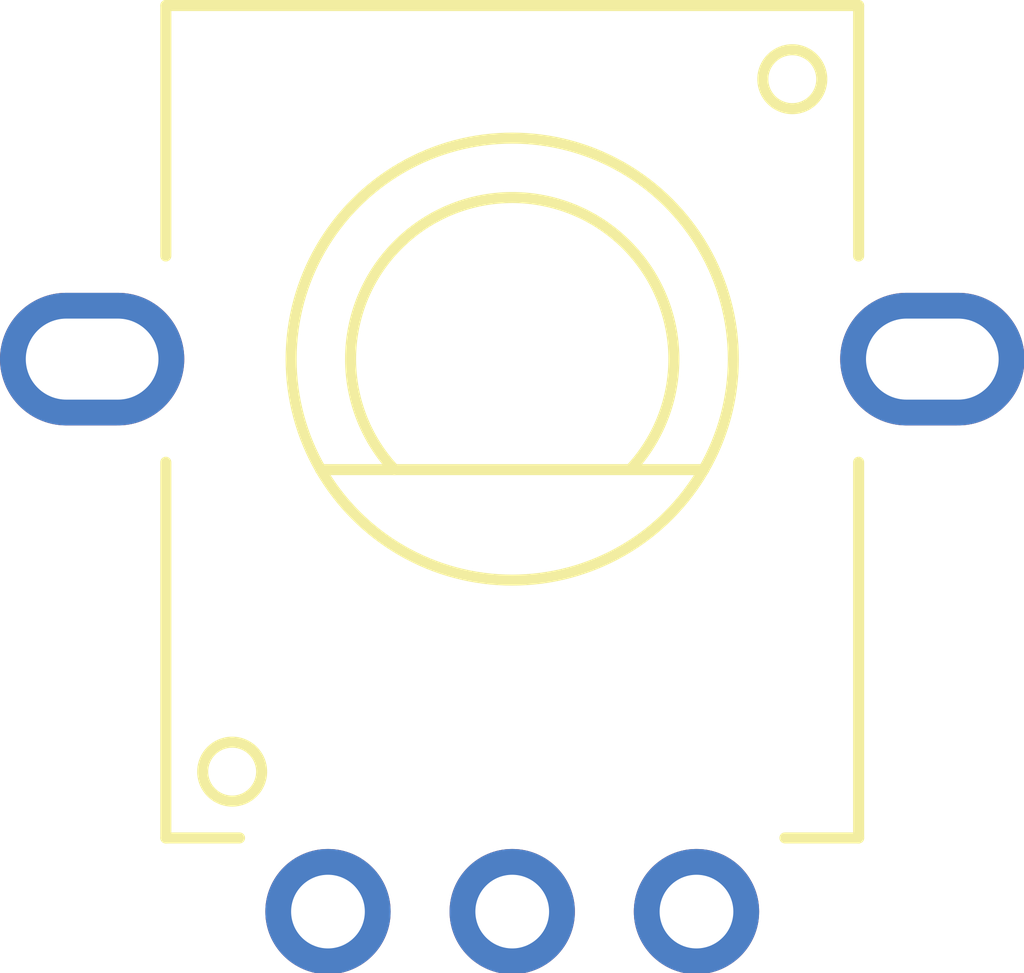
<source format=kicad_pcb>
(kicad_pcb (version 20171130) (host pcbnew "(5.1.9-0-10_14)")

  (general
    (thickness 1.6)
    (drawings 0)
    (tracks 1)
    (zones 0)
    (modules 1)
    (nets 4)
  )

  (page A4)
  (layers
    (0 F.Cu signal)
    (31 B.Cu signal)
    (32 B.Adhes user)
    (33 F.Adhes user)
    (34 B.Paste user)
    (35 F.Paste user)
    (36 B.SilkS user)
    (37 F.SilkS user)
    (38 B.Mask user)
    (39 F.Mask user)
    (40 Dwgs.User user)
    (41 Cmts.User user)
    (42 Eco1.User user)
    (43 Eco2.User user)
    (44 Edge.Cuts user)
    (45 Margin user)
    (46 B.CrtYd user hide)
    (47 F.CrtYd user hide)
    (48 B.Fab user hide)
    (49 F.Fab user hide)
  )

  (setup
    (last_trace_width 0.1524)
    (user_trace_width 0.1524)
    (user_trace_width 0.254)
    (user_trace_width 0.4064)
    (user_trace_width 0.635)
    (trace_clearance 0.1524)
    (zone_clearance 0.508)
    (zone_45_only no)
    (trace_min 0.1524)
    (via_size 0.6858)
    (via_drill 0.3048)
    (via_min_size 0.6858)
    (via_min_drill 0.3048)
    (uvia_size 0.3048)
    (uvia_drill 0.1524)
    (uvias_allowed no)
    (uvia_min_size 0.2)
    (uvia_min_drill 0.1)
    (edge_width 0.15)
    (segment_width 0.2)
    (pcb_text_width 0.3)
    (pcb_text_size 1.5 1.5)
    (mod_edge_width 0.15)
    (mod_text_size 1 1)
    (mod_text_width 0.15)
    (pad_size 1.7 1.7)
    (pad_drill 1)
    (pad_to_mask_clearance 0.2)
    (aux_axis_origin 0 0)
    (visible_elements FFFFFF7F)
    (pcbplotparams
      (layerselection 0x010fc_ffffffff)
      (usegerberextensions false)
      (usegerberattributes false)
      (usegerberadvancedattributes false)
      (creategerberjobfile false)
      (excludeedgelayer true)
      (linewidth 0.100000)
      (plotframeref false)
      (viasonmask false)
      (mode 1)
      (useauxorigin false)
      (hpglpennumber 1)
      (hpglpenspeed 20)
      (hpglpendiameter 15.000000)
      (psnegative false)
      (psa4output false)
      (plotreference true)
      (plotvalue true)
      (plotinvisibletext false)
      (padsonsilk false)
      (subtractmaskfromsilk false)
      (outputformat 1)
      (mirror false)
      (drillshape 1)
      (scaleselection 1)
      (outputdirectory ""))
  )

  (net 0 "")
  (net 1 +3V3)
  (net 2 GND)
  (net 3 "Net-(Pin0-Pad1)")

  (net_class Default "This is the default net class."
    (clearance 0.1524)
    (trace_width 0.1524)
    (via_dia 0.6858)
    (via_drill 0.3048)
    (uvia_dia 0.3048)
    (uvia_drill 0.1524)
    (diff_pair_width 0.1524)
    (diff_pair_gap 0.1524)
    (add_net +3V3)
    (add_net GND)
    (add_net "Net-(Pin0-Pad1)")
  )

  (module Potentiometer_Thonk:AlphaPot9ShaftD locked (layer F.Cu) (tedit 60CF9975) (tstamp 6089D0FA)
    (at 0 0)
    (path /5FCAE65B)
    (fp_text reference ZZ1 (at 0 4.7) (layer F.SilkS) hide
      (effects (font (size 1 1) (thickness 0.15)))
    )
    (fp_text value 100k (at 0 10.1) (layer F.Fab)
      (effects (font (size 1 1) (thickness 0.15)))
    )
    (fp_line (start -4.7 -4.8) (end 4.7 -4.8) (layer F.SilkS) (width 0.15))
    (fp_line (start 4.7 -4.8) (end 4.7 -1.4) (layer F.SilkS) (width 0.15))
    (fp_line (start -4.7 -4.8) (end -4.7 -1.4) (layer F.SilkS) (width 0.15))
    (fp_line (start -4.7 6.5) (end -3.7 6.5) (layer F.SilkS) (width 0.15))
    (fp_line (start -4.7 1.4) (end -4.7 6.5) (layer F.SilkS) (width 0.15))
    (fp_line (start 4.7 1.4) (end 4.7 6.5) (layer F.SilkS) (width 0.15))
    (fp_line (start 3.7 6.5) (end 4.7 6.5) (layer F.SilkS) (width 0.15))
    (fp_circle (center 0 0) (end 3 0) (layer F.SilkS) (width 0.15))
    (fp_line (start -2.6 1.5) (end 2.6 1.5) (layer F.SilkS) (width 0.15))
    (fp_circle (center 3.8 -3.8) (end 4.2 -3.8) (layer F.SilkS) (width 0.15))
    (fp_circle (center -3.8 5.6) (end -4.2 5.6) (layer F.SilkS) (width 0.15))
    (fp_arc (start 0 0) (end -1.6 1.5) (angle 265) (layer F.SilkS) (width 0.15))
    (pad "" thru_hole oval (at 5.7 0) (size 2.5 1.8) (drill oval 1.8 1.1) (layers *.Cu *.Mask))
    (pad 3 thru_hole oval (at 2.5 7.5) (size 1.7 1.7) (drill 1) (layers *.Cu *.Mask)
      (net 1 +3V3))
    (pad 2 thru_hole oval (at 0 7.5) (size 1.7 1.7) (drill 1) (layers *.Cu *.Mask)
      (net 3 "Net-(Pin0-Pad1)"))
    (pad 1 thru_hole oval (at -2.5 7.5) (size 1.7 1.7) (drill 1) (layers *.Cu *.Mask)
      (net 2 GND))
    (pad "" thru_hole oval (at -5.7 0) (size 2.5 1.8) (drill oval 1.8 1.1) (layers *.Cu *.Mask))
  )

  (segment (start 0 7.5) (end 0 7.62) (width 0.635) (layer B.Cu) (net 3))

)

</source>
